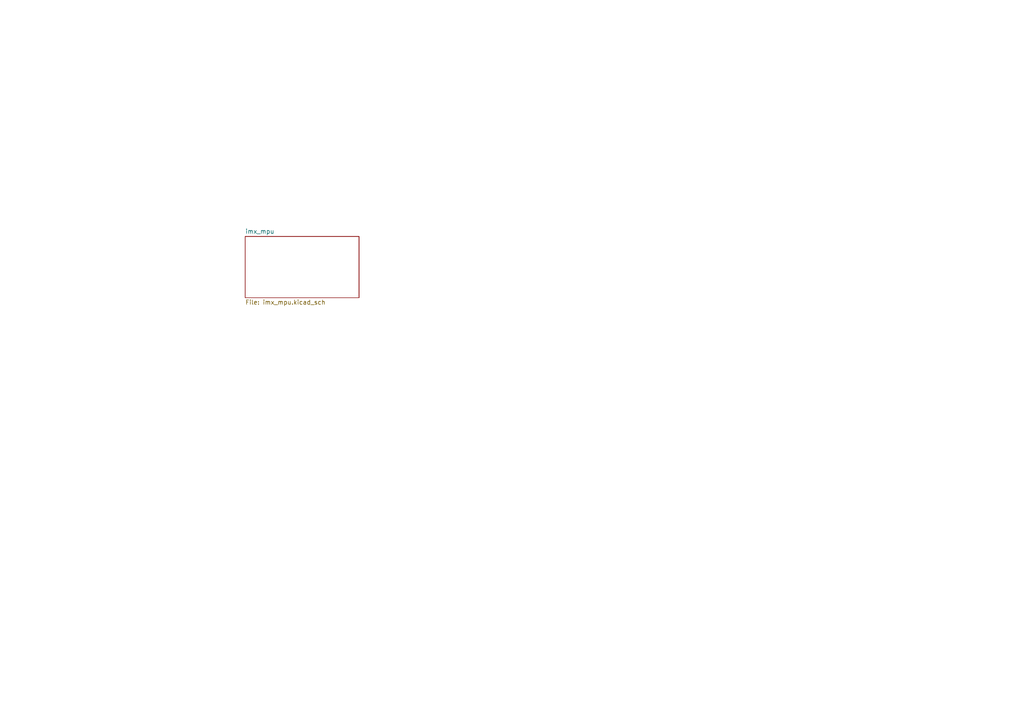
<source format=kicad_sch>
(kicad_sch (version 20211123) (generator eeschema)
  (paper "A4")
  (lib_symbols)
  (sheet (at 71.12 68.58) (size 33.02 17.78) (stroke (width 0.1524))
    (property "Sheet name" "imx_mpu" (at 71.12 67.8684 0) (effects (justify left bottom)))
    (property "Sheet file" "imx_mpu.kicad_sch" (at 71.12 86.9446 0) (effects (justify left top)))
  )
)
</source>
